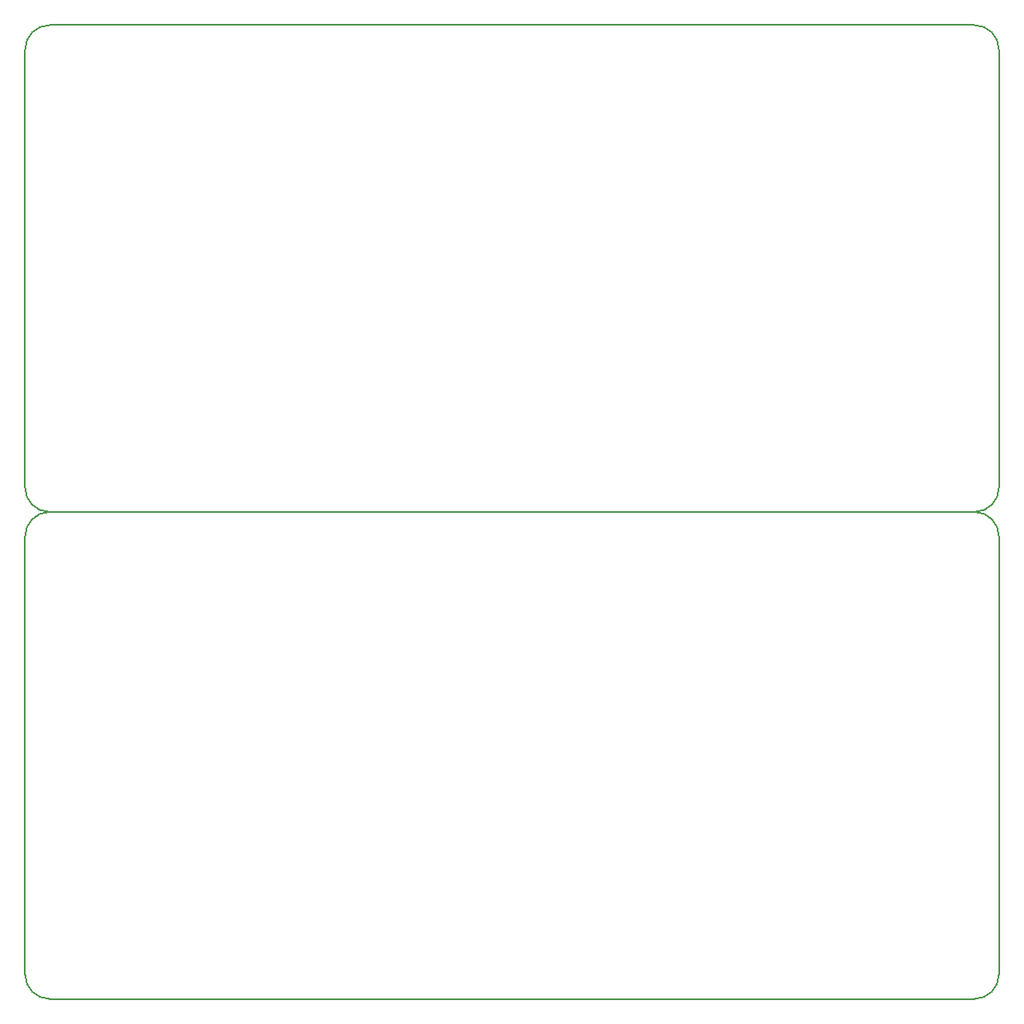
<source format=gm1>
G04 #@! TF.GenerationSoftware,KiCad,Pcbnew,(5.0.2)-1*
G04 #@! TF.CreationDate,2019-08-28T20:26:21+02:00*
G04 #@! TF.ProjectId,EleLab_v2_Bus100,456c654c-6162-45f7-9632-5f4275733130,rev?*
G04 #@! TF.SameCoordinates,Original*
G04 #@! TF.FileFunction,Profile,NP*
%FSLAX46Y46*%
G04 Gerber Fmt 4.6, Leading zero omitted, Abs format (unit mm)*
G04 Created by KiCad (PCBNEW (5.0.2)-1) date 28/08/2019 20:26:21*
%MOMM*%
%LPD*%
G01*
G04 APERTURE LIST*
%ADD10C,0.150000*%
G04 APERTURE END LIST*
D10*
X191500000Y-78000000D02*
G75*
G02X194000000Y-80500000I0J-2500000D01*
G01*
X191500000Y-128000000D02*
X96500000Y-128000000D01*
X96500000Y-128000000D02*
G75*
G02X94000000Y-125500000I0J2500000D01*
G01*
X194000000Y-125500000D02*
G75*
G02X191500000Y-128000000I-2500000J0D01*
G01*
X94000000Y-80500000D02*
G75*
G02X96500000Y-78000000I2500000J0D01*
G01*
X96500000Y-78000000D02*
X191500000Y-78000000D01*
X194000000Y-80500000D02*
X194000000Y-125500000D01*
X94000000Y-125500000D02*
X94000000Y-80500000D01*
X94000000Y-75500000D02*
X94000000Y-30500000D01*
X191500000Y-78000000D02*
X96500000Y-78000000D01*
X194000000Y-30500000D02*
X194000000Y-75500000D01*
X96500000Y-28000000D02*
X191500000Y-28000000D01*
X94000000Y-30500000D02*
G75*
G02X96500000Y-28000000I2500000J0D01*
G01*
X96500000Y-78000000D02*
G75*
G02X94000000Y-75500000I0J2500000D01*
G01*
X194000000Y-75500000D02*
G75*
G02X191500000Y-78000000I-2500000J0D01*
G01*
X191500000Y-28000000D02*
G75*
G02X194000000Y-30500000I0J-2500000D01*
G01*
M02*

</source>
